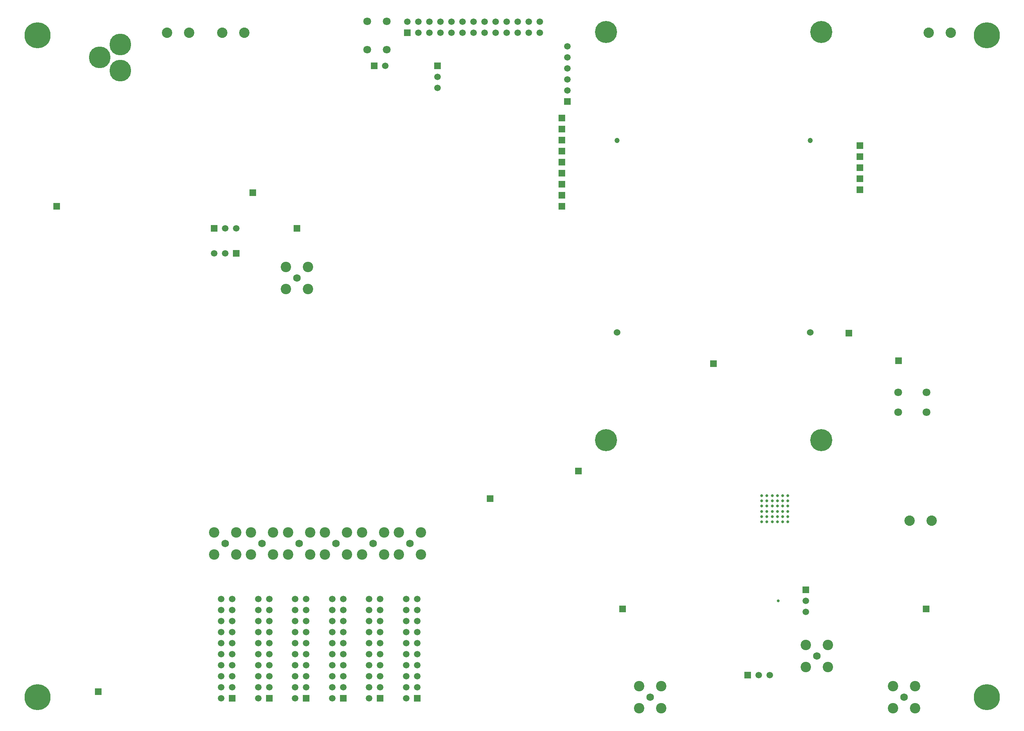
<source format=gbl>
%FSTAX25Y25*%
%MOIN*%
G70*
G01*
G75*
G04 Layer_Physical_Order=4*
G04 Layer_Color=16711680*
%ADD10C,0.01575*%
G04:AMPARAMS|DCode=11|XSize=62.99mil|YSize=68.9mil|CornerRadius=15.75mil|HoleSize=0mil|Usage=FLASHONLY|Rotation=270.000|XOffset=0mil|YOffset=0mil|HoleType=Round|Shape=RoundedRectangle|*
%AMROUNDEDRECTD11*
21,1,0.06299,0.03740,0,0,270.0*
21,1,0.03150,0.06890,0,0,270.0*
1,1,0.03150,-0.01870,-0.01575*
1,1,0.03150,-0.01870,0.01575*
1,1,0.03150,0.01870,0.01575*
1,1,0.03150,0.01870,-0.01575*
%
%ADD11ROUNDEDRECTD11*%
%ADD12R,0.06890X0.06299*%
G04:AMPARAMS|DCode=13|XSize=35.43mil|YSize=31.5mil|CornerRadius=0mil|HoleSize=0mil|Usage=FLASHONLY|Rotation=225.000|XOffset=0mil|YOffset=0mil|HoleType=Round|Shape=Rectangle|*
%AMROTATEDRECTD13*
4,1,4,0.00139,0.02366,0.02366,0.00139,-0.00139,-0.02366,-0.02366,-0.00139,0.00139,0.02366,0.0*
%
%ADD13ROTATEDRECTD13*%

%ADD14R,0.03543X0.02756*%
%ADD15R,0.03543X0.03150*%
%ADD16R,0.03150X0.03543*%
%ADD17R,0.02756X0.03543*%
%ADD18R,0.05512X0.04331*%
G04:AMPARAMS|DCode=19|XSize=35.43mil|YSize=27.56mil|CornerRadius=0mil|HoleSize=0mil|Usage=FLASHONLY|Rotation=225.000|XOffset=0mil|YOffset=0mil|HoleType=Round|Shape=Rectangle|*
%AMROTATEDRECTD19*
4,1,4,0.00278,0.02227,0.02227,0.00278,-0.00278,-0.02227,-0.02227,-0.00278,0.00278,0.02227,0.0*
%
%ADD19ROTATEDRECTD19*%

%ADD20O,0.07874X0.01969*%
%ADD21O,0.00984X0.03150*%
%ADD22O,0.03150X0.00984*%
%ADD23R,0.07087X0.07087*%
%ADD24R,0.04331X0.06693*%
%ADD25R,0.07087X0.07874*%
G04:AMPARAMS|DCode=26|XSize=70.87mil|YSize=78.74mil|CornerRadius=17.72mil|HoleSize=0mil|Usage=FLASHONLY|Rotation=180.000|XOffset=0mil|YOffset=0mil|HoleType=Round|Shape=RoundedRectangle|*
%AMROUNDEDRECTD26*
21,1,0.07087,0.04331,0,0,180.0*
21,1,0.03543,0.07874,0,0,180.0*
1,1,0.03543,-0.01772,0.02165*
1,1,0.03543,0.01772,0.02165*
1,1,0.03543,0.01772,-0.02165*
1,1,0.03543,-0.01772,-0.02165*
%
%ADD26ROUNDEDRECTD26*%
%ADD27R,0.04331X0.05512*%
%ADD28R,0.29528X0.29528*%
G04:AMPARAMS|DCode=29|XSize=35.43mil|YSize=27.56mil|CornerRadius=0mil|HoleSize=0mil|Usage=FLASHONLY|Rotation=315.000|XOffset=0mil|YOffset=0mil|HoleType=Round|Shape=Rectangle|*
%AMROTATEDRECTD29*
4,1,4,-0.02227,0.00278,-0.00278,0.02227,0.02227,-0.00278,0.00278,-0.02227,-0.02227,0.00278,0.0*
%
%ADD29ROTATEDRECTD29*%

G04:AMPARAMS|DCode=30|XSize=39.37mil|YSize=61.02mil|CornerRadius=9.84mil|HoleSize=0mil|Usage=FLASHONLY|Rotation=225.000|XOffset=0mil|YOffset=0mil|HoleType=Round|Shape=RoundedRectangle|*
%AMROUNDEDRECTD30*
21,1,0.03937,0.04134,0,0,225.0*
21,1,0.01969,0.06102,0,0,225.0*
1,1,0.01969,-0.02158,0.00766*
1,1,0.01969,-0.00766,0.02158*
1,1,0.01969,0.02158,-0.00766*
1,1,0.01969,0.00766,-0.02158*
%
%ADD30ROUNDEDRECTD30*%
G04:AMPARAMS|DCode=31|XSize=39.37mil|YSize=61.02mil|CornerRadius=0mil|HoleSize=0mil|Usage=FLASHONLY|Rotation=225.000|XOffset=0mil|YOffset=0mil|HoleType=Round|Shape=Rectangle|*
%AMROTATEDRECTD31*
4,1,4,-0.00766,0.03550,0.03550,-0.00766,0.00766,-0.03550,-0.03550,0.00766,-0.00766,0.03550,0.0*
%
%ADD31ROTATEDRECTD31*%

G04:AMPARAMS|DCode=32|XSize=35.43mil|YSize=31.5mil|CornerRadius=0mil|HoleSize=0mil|Usage=FLASHONLY|Rotation=315.000|XOffset=0mil|YOffset=0mil|HoleType=Round|Shape=Rectangle|*
%AMROTATEDRECTD32*
4,1,4,-0.02366,0.00139,-0.00139,0.02366,0.02366,-0.00139,0.00139,-0.02366,-0.02366,0.00139,0.0*
%
%ADD32ROTATEDRECTD32*%

G04:AMPARAMS|DCode=33|XSize=39.37mil|YSize=61.02mil|CornerRadius=9.84mil|HoleSize=0mil|Usage=FLASHONLY|Rotation=135.000|XOffset=0mil|YOffset=0mil|HoleType=Round|Shape=RoundedRectangle|*
%AMROUNDEDRECTD33*
21,1,0.03937,0.04134,0,0,135.0*
21,1,0.01969,0.06102,0,0,135.0*
1,1,0.01969,0.00766,0.02158*
1,1,0.01969,0.02158,0.00766*
1,1,0.01969,-0.00766,-0.02158*
1,1,0.01969,-0.02158,-0.00766*
%
%ADD33ROUNDEDRECTD33*%
G04:AMPARAMS|DCode=34|XSize=39.37mil|YSize=61.02mil|CornerRadius=0mil|HoleSize=0mil|Usage=FLASHONLY|Rotation=135.000|XOffset=0mil|YOffset=0mil|HoleType=Round|Shape=Rectangle|*
%AMROTATEDRECTD34*
4,1,4,0.03550,0.00766,-0.00766,-0.03550,-0.03550,-0.00766,0.00766,0.03550,0.03550,0.00766,0.0*
%
%ADD34ROTATEDRECTD34*%

%ADD35O,0.07087X0.00984*%
%ADD36R,0.04400X0.10600*%
G04:AMPARAMS|DCode=37|XSize=39.37mil|YSize=72.84mil|CornerRadius=9.84mil|HoleSize=0mil|Usage=FLASHONLY|Rotation=90.000|XOffset=0mil|YOffset=0mil|HoleType=Round|Shape=RoundedRectangle|*
%AMROUNDEDRECTD37*
21,1,0.03937,0.05315,0,0,90.0*
21,1,0.01969,0.07284,0,0,90.0*
1,1,0.01969,0.02658,0.00984*
1,1,0.01969,0.02658,-0.00984*
1,1,0.01969,-0.02658,-0.00984*
1,1,0.01969,-0.02658,0.00984*
%
%ADD37ROUNDEDRECTD37*%
%ADD38R,0.07284X0.03937*%
%ADD39R,0.07284X0.13780*%
%ADD40R,0.06693X0.04331*%
%ADD41R,0.10600X0.04400*%
G04:AMPARAMS|DCode=42|XSize=70.87mil|YSize=78.74mil|CornerRadius=17.72mil|HoleSize=0mil|Usage=FLASHONLY|Rotation=90.000|XOffset=0mil|YOffset=0mil|HoleType=Round|Shape=RoundedRectangle|*
%AMROUNDEDRECTD42*
21,1,0.07087,0.04331,0,0,90.0*
21,1,0.03543,0.07874,0,0,90.0*
1,1,0.03543,0.02165,0.01772*
1,1,0.03543,0.02165,-0.01772*
1,1,0.03543,-0.02165,-0.01772*
1,1,0.03543,-0.02165,0.01772*
%
%ADD42ROUNDEDRECTD42*%
%ADD43R,0.07874X0.07087*%
%ADD44O,0.09449X0.01772*%
%ADD45O,0.07874X0.01378*%
%ADD46R,0.07874X0.23622*%
%ADD47R,0.02400X0.02200*%
%ADD48R,0.09400X0.12200*%
%ADD49R,0.07800X0.01814*%
%ADD50R,0.07100X0.04400*%
%ADD51R,0.02200X0.02400*%
%ADD52R,0.23622X0.07874*%
G04:AMPARAMS|DCode=53|XSize=27.56mil|YSize=51.18mil|CornerRadius=6.89mil|HoleSize=0mil|Usage=FLASHONLY|Rotation=0.000|XOffset=0mil|YOffset=0mil|HoleType=Round|Shape=RoundedRectangle|*
%AMROUNDEDRECTD53*
21,1,0.02756,0.03740,0,0,0.0*
21,1,0.01378,0.05118,0,0,0.0*
1,1,0.01378,0.00689,-0.01870*
1,1,0.01378,-0.00689,-0.01870*
1,1,0.01378,-0.00689,0.01870*
1,1,0.01378,0.00689,0.01870*
%
%ADD53ROUNDEDRECTD53*%
%ADD54R,0.02756X0.05118*%
%ADD55R,0.02756X0.07087*%
G04:AMPARAMS|DCode=56|XSize=27.56mil|YSize=70.87mil|CornerRadius=6.89mil|HoleSize=0mil|Usage=FLASHONLY|Rotation=180.000|XOffset=0mil|YOffset=0mil|HoleType=Round|Shape=RoundedRectangle|*
%AMROUNDEDRECTD56*
21,1,0.02756,0.05709,0,0,180.0*
21,1,0.01378,0.07087,0,0,180.0*
1,1,0.01378,-0.00689,0.02854*
1,1,0.01378,0.00689,0.02854*
1,1,0.01378,0.00689,-0.02854*
1,1,0.01378,-0.00689,-0.02854*
%
%ADD56ROUNDEDRECTD56*%
G04:AMPARAMS|DCode=57|XSize=31.5mil|YSize=15.75mil|CornerRadius=3.94mil|HoleSize=0mil|Usage=FLASHONLY|Rotation=180.000|XOffset=0mil|YOffset=0mil|HoleType=Round|Shape=RoundedRectangle|*
%AMROUNDEDRECTD57*
21,1,0.03150,0.00787,0,0,180.0*
21,1,0.02362,0.01575,0,0,180.0*
1,1,0.00787,-0.01181,0.00394*
1,1,0.00787,0.01181,0.00394*
1,1,0.00787,0.01181,-0.00394*
1,1,0.00787,-0.01181,-0.00394*
%
%ADD57ROUNDEDRECTD57*%
G04:AMPARAMS|DCode=58|XSize=31.5mil|YSize=15.75mil|CornerRadius=3.94mil|HoleSize=0mil|Usage=FLASHONLY|Rotation=90.000|XOffset=0mil|YOffset=0mil|HoleType=Round|Shape=RoundedRectangle|*
%AMROUNDEDRECTD58*
21,1,0.03150,0.00787,0,0,90.0*
21,1,0.02362,0.01575,0,0,90.0*
1,1,0.00787,0.00394,0.01181*
1,1,0.00787,0.00394,-0.01181*
1,1,0.00787,-0.00394,-0.01181*
1,1,0.00787,-0.00394,0.01181*
%
%ADD58ROUNDEDRECTD58*%
%ADD59R,0.04400X0.07100*%
%ADD60R,0.12200X0.09400*%
%ADD61R,0.01814X0.07800*%
%ADD62R,0.07087X0.02756*%
G04:AMPARAMS|DCode=63|XSize=27.56mil|YSize=70.87mil|CornerRadius=6.89mil|HoleSize=0mil|Usage=FLASHONLY|Rotation=90.000|XOffset=0mil|YOffset=0mil|HoleType=Round|Shape=RoundedRectangle|*
%AMROUNDEDRECTD63*
21,1,0.02756,0.05709,0,0,90.0*
21,1,0.01378,0.07087,0,0,90.0*
1,1,0.01378,0.02854,0.00689*
1,1,0.01378,0.02854,-0.00689*
1,1,0.01378,-0.02854,-0.00689*
1,1,0.01378,-0.02854,0.00689*
%
%ADD63ROUNDEDRECTD63*%
%ADD64R,0.06299X0.06890*%
%ADD65C,0.02500*%
%ADD66C,0.01000*%
%ADD67C,0.09400*%
%ADD68C,0.19685*%
%ADD69C,0.09449*%
%ADD70C,0.06800*%
%ADD71C,0.20000*%
%ADD72C,0.04724*%
%ADD73C,0.06000*%
%ADD74R,0.05906X0.05906*%
%ADD75C,0.05906*%
%ADD76R,0.05906X0.05906*%
%ADD77C,0.07087*%
%ADD78C,0.23622*%
%ADD79C,0.02598*%
%ADD80C,0.04000*%
%ADD81C,0.10200*%
%ADD82C,0.17779*%
%ADD83C,0.11087*%
%ADD84C,0.08200*%
%ADD85C,0.17000*%
%ADD86C,0.07150*%
%ADD87C,0.08724*%
%ADD88C,0.07543*%
%ADD89C,0.07937*%
%ADD90C,0.05299*%
D67*
X02575Y07225D02*
D03*
X02375D02*
D03*
X093Y028D02*
D03*
X091D02*
D03*
X03075Y07225D02*
D03*
X02875D02*
D03*
X09475D02*
D03*
X09275D02*
D03*
D68*
X0176496Y07D02*
D03*
X0195Y0711811D02*
D03*
Y0688189D02*
D03*
D69*
X0836Y01475D02*
D03*
X0816Y01675D02*
D03*
Y01475D02*
D03*
X0836Y01675D02*
D03*
X0665Y013D02*
D03*
X0685Y011D02*
D03*
Y013D02*
D03*
X0665Y011D02*
D03*
X0895Y013D02*
D03*
X0915Y011D02*
D03*
Y013D02*
D03*
X0895Y011D02*
D03*
X04675Y02495D02*
D03*
X04475Y02695D02*
D03*
Y02495D02*
D03*
X04675Y02695D02*
D03*
X0434Y02495D02*
D03*
X0414Y02695D02*
D03*
Y02495D02*
D03*
X0434Y02695D02*
D03*
X04005Y02495D02*
D03*
X03805Y02695D02*
D03*
Y02495D02*
D03*
X04005Y02695D02*
D03*
X0367Y02495D02*
D03*
X0347Y02695D02*
D03*
Y02495D02*
D03*
X0367Y02695D02*
D03*
X03335Y02495D02*
D03*
X03135Y02695D02*
D03*
Y02495D02*
D03*
X03335Y02695D02*
D03*
X03Y02495D02*
D03*
X028Y02695D02*
D03*
Y02495D02*
D03*
X03Y02695D02*
D03*
X0365Y049D02*
D03*
X0345Y051D02*
D03*
Y049D02*
D03*
X0365Y051D02*
D03*
D70*
X0826Y01575D02*
D03*
X0675Y012D02*
D03*
X0905D02*
D03*
X04575Y02595D02*
D03*
X0424D02*
D03*
X03905D02*
D03*
X0357D02*
D03*
X03235D02*
D03*
X029D02*
D03*
X0355Y05D02*
D03*
D71*
X0830025Y0353142D02*
D03*
X0635025D02*
D03*
X0830025Y0723142D02*
D03*
X0635025D02*
D03*
D72*
X0645Y0624843D02*
D03*
X082005D02*
D03*
D73*
X0645Y0450827D02*
D03*
X082005D02*
D03*
D74*
X0816Y02175D02*
D03*
X0464Y0119D02*
D03*
X04305D02*
D03*
X0397D02*
D03*
X03635D02*
D03*
X033D02*
D03*
X02965D02*
D03*
X07325Y04225D02*
D03*
X06Y066D02*
D03*
X04825Y06925D02*
D03*
X0865Y058D02*
D03*
Y059D02*
D03*
Y06D02*
D03*
Y061D02*
D03*
Y062D02*
D03*
X0595Y0625D02*
D03*
Y0645D02*
D03*
Y0635D02*
D03*
Y0615D02*
D03*
Y0605D02*
D03*
Y0595D02*
D03*
Y0585D02*
D03*
Y0575D02*
D03*
Y0565D02*
D03*
D75*
X0816Y02075D02*
D03*
Y01975D02*
D03*
X07735Y014D02*
D03*
X07835D02*
D03*
X0454Y0119D02*
D03*
X0464Y0129D02*
D03*
X0454D02*
D03*
X0464Y0139D02*
D03*
X0454D02*
D03*
X0464Y0149D02*
D03*
X0454D02*
D03*
X0464Y0159D02*
D03*
X0454D02*
D03*
X0464Y0169D02*
D03*
X0454D02*
D03*
X0464Y0179D02*
D03*
X0454D02*
D03*
X0464Y0189D02*
D03*
X0454D02*
D03*
X0464Y0199D02*
D03*
X0454D02*
D03*
X0464Y0209D02*
D03*
X0454D02*
D03*
X04205Y0119D02*
D03*
X04305Y0129D02*
D03*
X04205D02*
D03*
X04305Y0139D02*
D03*
X04205D02*
D03*
X04305Y0149D02*
D03*
X04205D02*
D03*
X04305Y0159D02*
D03*
X04205D02*
D03*
X04305Y0169D02*
D03*
X04205D02*
D03*
X04305Y0179D02*
D03*
X04205D02*
D03*
X04305Y0189D02*
D03*
X04205D02*
D03*
X04305Y0199D02*
D03*
X04205D02*
D03*
X04305Y0209D02*
D03*
X04205D02*
D03*
X0387Y0119D02*
D03*
X0397Y0129D02*
D03*
X0387D02*
D03*
X0397Y0139D02*
D03*
X0387D02*
D03*
X0397Y0149D02*
D03*
X0387D02*
D03*
X0397Y0159D02*
D03*
X0387D02*
D03*
X0397Y0169D02*
D03*
X0387D02*
D03*
X0397Y0179D02*
D03*
X0387D02*
D03*
X0397Y0189D02*
D03*
X0387D02*
D03*
X0397Y0199D02*
D03*
X0387D02*
D03*
X0397Y0209D02*
D03*
X0387D02*
D03*
X03535Y0119D02*
D03*
X03635Y0129D02*
D03*
X03535D02*
D03*
X03635Y0139D02*
D03*
X03535D02*
D03*
X03635Y0149D02*
D03*
X03535D02*
D03*
X03635Y0159D02*
D03*
X03535D02*
D03*
X03635Y0169D02*
D03*
X03535D02*
D03*
X03635Y0179D02*
D03*
X03535D02*
D03*
X03635Y0189D02*
D03*
X03535D02*
D03*
X03635Y0199D02*
D03*
X03535D02*
D03*
X03635Y0209D02*
D03*
X03535D02*
D03*
X032Y0119D02*
D03*
X033Y0129D02*
D03*
X032D02*
D03*
X033Y0139D02*
D03*
X032D02*
D03*
X033Y0149D02*
D03*
X032D02*
D03*
X033Y0159D02*
D03*
X032D02*
D03*
X033Y0169D02*
D03*
X032D02*
D03*
X033Y0179D02*
D03*
X032D02*
D03*
X033Y0189D02*
D03*
X032D02*
D03*
X033Y0199D02*
D03*
X032D02*
D03*
X033Y0209D02*
D03*
X032D02*
D03*
X02865Y0119D02*
D03*
X02965Y0129D02*
D03*
X02865D02*
D03*
X02965Y0139D02*
D03*
X02865D02*
D03*
X02965Y0149D02*
D03*
X02865D02*
D03*
X02965Y0159D02*
D03*
X02865D02*
D03*
X02965Y0169D02*
D03*
X02865D02*
D03*
X02965Y0179D02*
D03*
X02865D02*
D03*
X02965Y0189D02*
D03*
X02865D02*
D03*
X02965Y0199D02*
D03*
X02865D02*
D03*
X02965Y0209D02*
D03*
X02865D02*
D03*
X06Y067D02*
D03*
Y068D02*
D03*
Y069D02*
D03*
Y07D02*
D03*
Y071D02*
D03*
X029Y0545D02*
D03*
X03D02*
D03*
X029Y05225D02*
D03*
X028D02*
D03*
X0435Y06925D02*
D03*
X04825Y06825D02*
D03*
Y06725D02*
D03*
X0455Y07325D02*
D03*
X0465Y07225D02*
D03*
Y07325D02*
D03*
X0475Y07225D02*
D03*
Y07325D02*
D03*
X0485Y07225D02*
D03*
Y07325D02*
D03*
X0495Y07225D02*
D03*
Y07325D02*
D03*
X0505Y07225D02*
D03*
Y07325D02*
D03*
X0515Y07225D02*
D03*
Y07325D02*
D03*
X0525Y07225D02*
D03*
Y07325D02*
D03*
X0535Y07225D02*
D03*
Y07325D02*
D03*
X0545Y07225D02*
D03*
Y07325D02*
D03*
X0555Y07225D02*
D03*
Y07325D02*
D03*
X0565Y07225D02*
D03*
Y07325D02*
D03*
X0575Y07225D02*
D03*
Y07325D02*
D03*
D76*
X07635Y014D02*
D03*
X0355Y0545D02*
D03*
X061Y0325D02*
D03*
X09Y0425D02*
D03*
X01375Y0565D02*
D03*
X053Y03D02*
D03*
X0315Y05775D02*
D03*
X0175Y0125D02*
D03*
X065Y02D02*
D03*
X028Y0545D02*
D03*
X03Y05225D02*
D03*
X0425Y06925D02*
D03*
X0455Y07225D02*
D03*
X0855Y045D02*
D03*
X0925Y02D02*
D03*
D77*
X0925295Y0378642D02*
D03*
X0899705D02*
D03*
Y0396358D02*
D03*
X0925295D02*
D03*
X0436358Y0732795D02*
D03*
Y0707205D02*
D03*
X0418642D02*
D03*
Y0732795D02*
D03*
D78*
X098Y072D02*
D03*
Y012D02*
D03*
X012D02*
D03*
Y072D02*
D03*
D79*
X0791Y02075D02*
D03*
X0776189Y0302811D02*
D03*
X0780913D02*
D03*
X0785638D02*
D03*
X0790362D02*
D03*
X0795087D02*
D03*
X0799811D02*
D03*
X0776189Y0298087D02*
D03*
X0780913D02*
D03*
X0785638D02*
D03*
X0790362D02*
D03*
X0795087D02*
D03*
X0799811D02*
D03*
X0776189Y0293362D02*
D03*
X0780913D02*
D03*
X0785638D02*
D03*
X0790362D02*
D03*
X0795087D02*
D03*
X0799811D02*
D03*
X0776189Y0288638D02*
D03*
X0780913D02*
D03*
X0785638D02*
D03*
X0790362D02*
D03*
X0795087D02*
D03*
X0799811D02*
D03*
X0776189Y0283913D02*
D03*
X0780913D02*
D03*
X0785638D02*
D03*
X0790362D02*
D03*
X0795087D02*
D03*
X0799811D02*
D03*
X0776189Y0279189D02*
D03*
X0780913D02*
D03*
X0785638D02*
D03*
X0790362D02*
D03*
X0795087D02*
D03*
X0799811D02*
D03*
M02*

</source>
